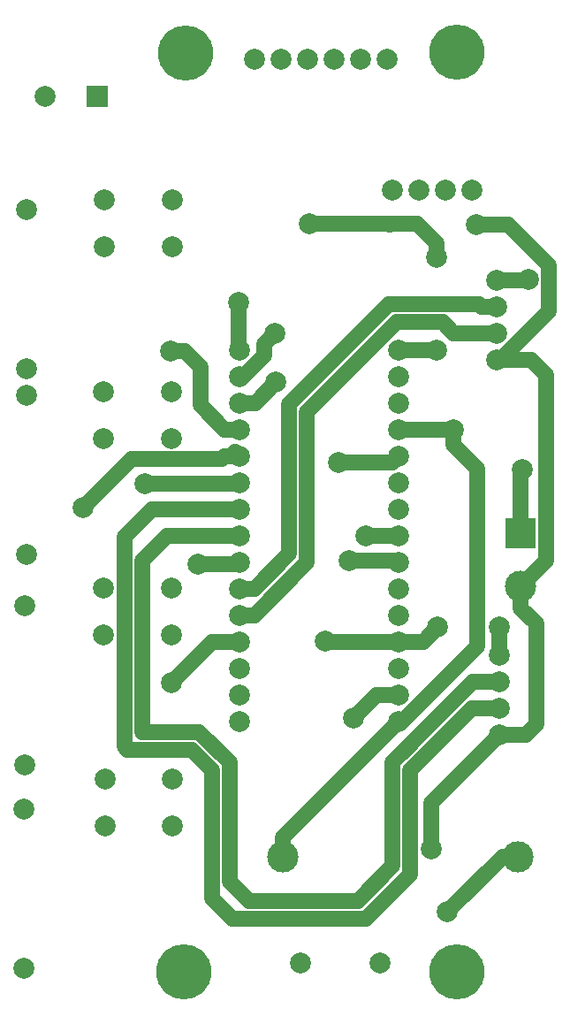
<source format=gbr>
G04 #@! TF.GenerationSoftware,KiCad,Pcbnew,(5.1.4)-1*
G04 #@! TF.CreationDate,2021-04-19T09:57:21-05:00*
G04 #@! TF.ProjectId,compactacion,636f6d70-6163-4746-9163-696f6e2e6b69,rev?*
G04 #@! TF.SameCoordinates,Original*
G04 #@! TF.FileFunction,Copper,L2,Bot*
G04 #@! TF.FilePolarity,Positive*
%FSLAX46Y46*%
G04 Gerber Fmt 4.6, Leading zero omitted, Abs format (unit mm)*
G04 Created by KiCad (PCBNEW (5.1.4)-1) date 2021-04-19 09:57:21*
%MOMM*%
%LPD*%
G04 APERTURE LIST*
%ADD10C,2.000000*%
%ADD11C,3.000000*%
%ADD12R,3.000000X3.000000*%
%ADD13R,2.000000X2.000000*%
%ADD14C,5.280000*%
%ADD15C,1.500000*%
G04 APERTURE END LIST*
D10*
X48200000Y61250000D03*
X48200000Y63790000D03*
X48200000Y66330000D03*
X48200000Y68870000D03*
X48500000Y32920000D03*
X48500000Y30380000D03*
X48500000Y27840000D03*
X48500000Y25300000D03*
D11*
X27750000Y13650000D03*
X50250000Y13650000D03*
D10*
X45900000Y77500000D03*
X43360000Y77500000D03*
X40820000Y77500000D03*
X38280000Y77500000D03*
X23600000Y26600000D03*
X38840000Y59620000D03*
X23600000Y29140000D03*
X38840000Y57080000D03*
X23600000Y31680000D03*
X38840000Y54540000D03*
X23600000Y34220000D03*
X38840000Y52000000D03*
X23600000Y36760000D03*
X38840000Y49460000D03*
X23600000Y39300000D03*
X38840000Y46920000D03*
X23600000Y41840000D03*
X38840000Y44380000D03*
X23600000Y44380000D03*
X38840000Y41840000D03*
X23600000Y46920000D03*
X38840000Y39300000D03*
X23600000Y49460000D03*
X38840000Y36760000D03*
X23600000Y52000000D03*
X38840000Y34220000D03*
X23600000Y54540000D03*
X38840000Y31680000D03*
X23600000Y57080000D03*
X38840000Y29140000D03*
X23600000Y59620000D03*
X38840000Y26600000D03*
X23600000Y62160000D03*
X38840000Y62160000D03*
D12*
X50550000Y44600000D03*
D11*
X50550000Y39520000D03*
D10*
X3200000Y57790000D03*
X3200000Y42550000D03*
X3000000Y37700000D03*
X3000000Y22460000D03*
X2950000Y18200000D03*
X2950000Y2960000D03*
X29400000Y3500000D03*
X37020000Y3500000D03*
D13*
X10000000Y86400000D03*
D10*
X5000000Y86400000D03*
X3150000Y75600000D03*
X3150000Y60360000D03*
X17150000Y76550000D03*
X17150000Y72050000D03*
X10650000Y76550000D03*
X10650000Y72050000D03*
X10550000Y53700000D03*
X10550000Y58200000D03*
X17050000Y53700000D03*
X17050000Y58200000D03*
X10550000Y34900000D03*
X10550000Y39400000D03*
X17050000Y34900000D03*
X17050000Y39400000D03*
X17200000Y21050000D03*
X17200000Y16550000D03*
X10700000Y21050000D03*
X10700000Y16550000D03*
X25000000Y90000000D03*
X27540000Y90000000D03*
X30080000Y90000000D03*
X32620000Y90000000D03*
X35160000Y90000000D03*
X37700000Y90000000D03*
D14*
X44400000Y2600000D03*
X18250000Y2650000D03*
X18450000Y90600000D03*
X44400000Y90700000D03*
D10*
X34500000Y26950000D03*
X42000000Y14400000D03*
X17050000Y30300000D03*
X46250000Y74200000D03*
X35700000Y44350000D03*
X34100000Y41950000D03*
X8600000Y47100000D03*
X31800000Y34250000D03*
X51250000Y68900000D03*
X42600000Y35650000D03*
X48450000Y35650000D03*
X27100000Y59100000D03*
X26950000Y63750000D03*
X44050000Y54500000D03*
X23550000Y66750000D03*
X42450000Y71000000D03*
X30300000Y74250000D03*
X42450000Y62150000D03*
X43500000Y8350000D03*
X14500000Y49350000D03*
X16950000Y62050000D03*
X33050000Y51400000D03*
X19650000Y41650000D03*
X50700000Y50700000D03*
D15*
X52049999Y41019999D02*
X50550000Y39520000D01*
X53000001Y41970001D02*
X52049999Y41019999D01*
X53000001Y59799999D02*
X53000001Y41970001D01*
X48200000Y61250000D02*
X51550000Y61250000D01*
X51550000Y61250000D02*
X53000001Y59799999D01*
X50550000Y37398680D02*
X52000000Y35948680D01*
X50550000Y39520000D02*
X50550000Y37398680D01*
X51015000Y25300000D02*
X48500000Y25300000D01*
X52000000Y26285000D02*
X51015000Y25300000D01*
X52000000Y35948680D02*
X52000000Y26285000D01*
X48200000Y61250000D02*
X48546002Y61250000D01*
X48546002Y61250000D02*
X53200001Y65903999D01*
X49300002Y74200000D02*
X53200001Y70300001D01*
X46250000Y74200000D02*
X49300002Y74200000D01*
X53200001Y65903999D02*
X53200001Y70300001D01*
X20970000Y34220000D02*
X23600000Y34220000D01*
X17050000Y30300000D02*
X20970000Y34220000D01*
X48550000Y25250000D02*
X48500000Y25300000D01*
X42000000Y18800000D02*
X48500000Y25300000D01*
X42000000Y14400000D02*
X42000000Y18800000D01*
X36690000Y29140000D02*
X38840000Y29140000D01*
X34500000Y26950000D02*
X36690000Y29140000D01*
X44110000Y63790000D02*
X48200000Y63790000D01*
X25014213Y36760000D02*
X30050000Y41795787D01*
X23600000Y36760000D02*
X25014213Y36760000D01*
X30050000Y41795787D02*
X30050000Y56256002D01*
X30050000Y56256002D02*
X38643998Y64850000D01*
X38643998Y64850000D02*
X43050000Y64850000D01*
X43050000Y64850000D02*
X44110000Y63790000D01*
X28349990Y42635777D02*
X28349990Y44849990D01*
X25014213Y39300000D02*
X28349990Y42635777D01*
X23600000Y39300000D02*
X25014213Y39300000D01*
X28349990Y43949990D02*
X28349990Y44849990D01*
X46785787Y66330000D02*
X48200000Y66330000D01*
X46565777Y66550010D02*
X46785787Y66330000D01*
X37939831Y66550010D02*
X46565777Y66550010D01*
X28349991Y56960169D02*
X37939831Y66550010D01*
X28349990Y44849990D02*
X28349991Y56960169D01*
X38810000Y44350000D02*
X38840000Y44380000D01*
X35700000Y44350000D02*
X38810000Y44350000D01*
X48500000Y30380000D02*
X45985000Y30380000D01*
X38254157Y22649157D02*
X40552500Y24947500D01*
X34900010Y9400010D02*
X38254157Y12754157D01*
X24499990Y9400010D02*
X34900010Y9400010D01*
X22650843Y11249157D02*
X24499990Y9400010D01*
X19699990Y25600010D02*
X22650843Y22649157D01*
X14299990Y25600010D02*
X19699990Y25600010D01*
X22650843Y22649157D02*
X22650843Y11249157D01*
X40552500Y24947500D02*
X39250000Y23645000D01*
X38254157Y12754157D02*
X38254157Y22649157D01*
X45985000Y30380000D02*
X40552500Y24947500D01*
X23600000Y44380000D02*
X16630000Y44380000D01*
X16630000Y44380000D02*
X14250000Y42000000D01*
X14250000Y42000000D02*
X14250000Y25650000D01*
X14250000Y25650000D02*
X14299990Y25600010D01*
X38730000Y41950000D02*
X38840000Y41840000D01*
X34100000Y41950000D02*
X38730000Y41950000D01*
X45849174Y27840000D02*
X48500000Y27840000D01*
X23600000Y46920000D02*
X22185787Y46920000D01*
X39954167Y21944990D02*
X45849174Y27840000D01*
X18995823Y23900000D02*
X12850000Y23900000D01*
X20950833Y21944990D02*
X18995823Y23900000D01*
X12850000Y23900000D02*
X12550000Y24200000D01*
X12550000Y24200000D02*
X12550000Y44250000D01*
X15220000Y46920000D02*
X23600000Y46920000D01*
X12550000Y44250000D02*
X15220000Y46920000D01*
X39954167Y21944990D02*
X39954167Y11954167D01*
X39954167Y11954167D02*
X35700000Y7700000D01*
X35700000Y7700000D02*
X22900000Y7700000D01*
X20950833Y9649167D02*
X20950833Y21944990D01*
X22900000Y7700000D02*
X20950833Y9649167D01*
X23200000Y52400000D02*
X23600000Y52000000D01*
X22185787Y52000000D02*
X23600000Y52000000D01*
X21935786Y51749999D02*
X22185787Y52000000D01*
X13249999Y51749999D02*
X21935786Y51749999D01*
X8600000Y47100000D02*
X13249999Y51749999D01*
X48500000Y35600000D02*
X48450000Y35650000D01*
X48500000Y32920000D02*
X48500000Y35600000D01*
X41170000Y34220000D02*
X42600000Y35650000D01*
X38840000Y34220000D02*
X41170000Y34220000D01*
X51220000Y68870000D02*
X51250000Y68900000D01*
X48200000Y68870000D02*
X51220000Y68870000D01*
X31830000Y34220000D02*
X31800000Y34250000D01*
X38840000Y34220000D02*
X31830000Y34220000D01*
X25080000Y57080000D02*
X27100000Y59100000D01*
X23600000Y57080000D02*
X25080000Y57080000D01*
X25950001Y62750001D02*
X26950000Y63750000D01*
X25950001Y61623999D02*
X25950001Y62750001D01*
X23946002Y59620000D02*
X25950001Y61623999D01*
X23600000Y59620000D02*
X23946002Y59620000D01*
X44010000Y54540000D02*
X44050000Y54500000D01*
X38840000Y54540000D02*
X44010000Y54540000D01*
X44050000Y53085787D02*
X46350000Y50785787D01*
X44050000Y54500000D02*
X44050000Y53085787D01*
X39186002Y26600000D02*
X38840000Y26600000D01*
X46350000Y33763998D02*
X39186002Y26600000D01*
X46350000Y50785787D02*
X46350000Y33763998D01*
X27750000Y15510000D02*
X27750000Y13650000D01*
X38840000Y26600000D02*
X27750000Y15510000D01*
X23550000Y62210000D02*
X23600000Y62160000D01*
X23550000Y66750000D02*
X23550000Y62210000D01*
X37900000Y74250000D02*
X37950000Y74200000D01*
X30300000Y74250000D02*
X37900000Y74250000D01*
X40614213Y74250000D02*
X37900000Y74250000D01*
X42450000Y72414213D02*
X40614213Y74250000D01*
X42450000Y71000000D02*
X42450000Y72414213D01*
X42440000Y62160000D02*
X42450000Y62150000D01*
X38840000Y62160000D02*
X42440000Y62160000D01*
X48800000Y13650000D02*
X43500000Y8350000D01*
X50250000Y13650000D02*
X48800000Y13650000D01*
X23490000Y49350000D02*
X23600000Y49460000D01*
X14500000Y49350000D02*
X23490000Y49350000D01*
X22185787Y54540000D02*
X23600000Y54540000D01*
X19850000Y56875787D02*
X22185787Y54540000D01*
X19850000Y60564213D02*
X19850000Y56875787D01*
X18364213Y62050000D02*
X19850000Y60564213D01*
X16950000Y62050000D02*
X18364213Y62050000D01*
X38240000Y51400000D02*
X38840000Y52000000D01*
X33050000Y51400000D02*
X38240000Y51400000D01*
X23410000Y41650000D02*
X23600000Y41840000D01*
X19650000Y41650000D02*
X23410000Y41650000D01*
X50550000Y50550000D02*
X50700000Y50700000D01*
X50550000Y44600000D02*
X50550000Y50550000D01*
M02*

</source>
